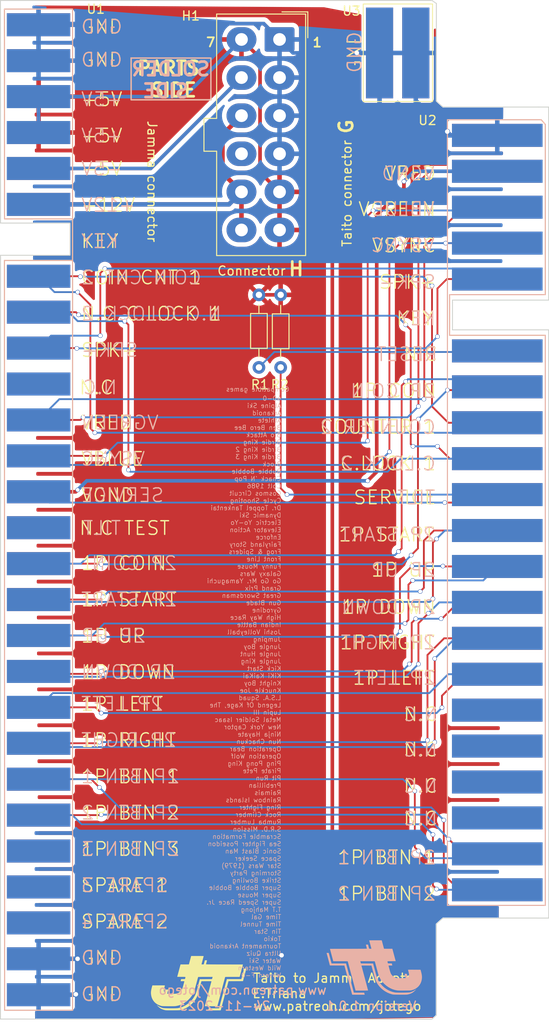
<source format=kicad_pcb>
(kicad_pcb (version 20221018) (generator pcbnew)
  (layers (0 "F.Cu" signal) (31 "B.Cu" signal) (34 "B.Paste" user) (35 "F.Paste" user) (36 "B.SilkS" user "B.Silkscreen") (37 "F.SilkS" user "F.Silkscreen") (38 "B.Mask" user) (39 "F.Mask" user) (44 "Edge.Cuts" user))
  (net 0 "")
  (net 1 "GND")
  (net 2 "VCC")
  (net 3 "-5V")
  (net 4 "/COUNTER_1")
  (net 5 "/C.LOCK_1")
  (net 6 "/SPEAKER(+)")
  (net 8 "/VRED")
  (net 9 "/VBLUE")
  (net 10 "/COIN_1")
  (net 11 "/1P_START")
  (net 12 "/1P_UP")
  (net 13 "/1P_DOWN")
  (net 14 "/1P_LEFT")
  (net 15 "/1P_RIGHT")
  (net 16 "/1P_BTN_2")
  (net 17 "/1P_BTN_1")
  (net 21 "/VGREEN")
  (net 22 "/VSYNC")
  (net 23 "/SERVICE")
  (net 25 "Net-(U1-COIN_CNT_2)")
  (net 26 "Net-(U1-NC_C.LOCK_2)")
  (net 27 "Net-(U1-SPEAKER_(-))")
  (net 30 "Net-(U1-COIN_2)")
  (net 31 "Net-(U1-2P_START)")
  (net 32 "Net-(U1-2P_UP)")
  (net 33 "Net-(U1-2P_DOWN)")
  (net 34 "Net-(U1-2P_LEFT)")
  (net 35 "Net-(U1-2P_RIGHT)")
  (net 36 "Net-(U1-2P_BTN_1)")
  (net 37 "Net-(U1-2P_BTN_2)")
  (net 41 "Net-(U2-RESET)")
  (net 42 "Net-(U2-TILT)")
  (net 52 "+12V")
  (net 54 "/VGND")
  (footprint "Arcade:JAMMA MALE" (layer "F.Cu") (at 124.74 101.92)
    (fp_text reference "U1")
    (fp_text value "JAMMA_MALE")
  )
  (footprint "Arcade:Resistor P_8mm" (layer "F.Cu") (at 149 85.4 -90)
    (fp_text reference "R1")
    (fp_text value "100kΩ")
  )
  (footprint "Arcade:Test point 3mmx10mm" (layer "F.Cu") (at 164.31 54.69 90)
    (fp_text reference "U3")
    (fp_text value "Test_point_2x3mmx10mm")
  )
  (footprint "Arcade:Resistor P_8mm" (layer "F.Cu") (at 151.4 85.6 90)
    (fp_text reference "R2")
    (fp_text value "100kΩ")
  )
  (footprint "Arcade:Jt_BSs" (layer "F.Cu") (at 162.107011 155.672897)
    (fp_text reference "G***" hide)
    (fp_text value "LOGO" hide)
  )
  (footprint "Arcade:TAITO CONN FOR ADAPTER" (layer "F.Cu") (at 174.95 101.52)
    (fp_text reference "U2")
    (fp_text value "Taito conn_G_adapter_ps")
  )
  (footprint "Arcade:Molex_Mini-Fit_2x06_P4.20mm_Vertical" (layer "F.Cu") (at 148.745 63.78)
    (fp_text reference "H1")
    (fp_text value "Conn_02x06_TB")
  )
  (footprint "Arcade:Jt_FSs" (layer "F.Cu") (at 142.3 157.4)
    (fp_text reference "G***" hide)
    (fp_text value "LOGO" hide)
  )
  (gr_rect (start 134.9 55.4) (end 143.7 60) (stroke (width 0.15)) (fill none) (layer "B.SilkS"))
  (gr_rect (start 134.9 55.4) (end 143.7 60) (stroke (width 0.15)) (fill none) (layer "F.SilkS"))
  (gr_line (start 180.97 85.36) (end 170.36 85.36) (stroke (width 0.1)) (layer "Edge.Cuts"))
  (gr_line (start 170.36 82.08) (end 170.36 85.36) (stroke (width 0.1)) (layer "Edge.Cuts"))
  (gr_line (start 120.48 161.33) (end 168.07 161.35) (stroke (width 0.1)) (layer "Edge.Cuts"))
  (gr_line (start 169.3 150.195) (end 168.57 150.84) (stroke (width 0.1)) (layer "Edge.Cuts"))
  (gr_line (start 179.9 60.8) (end 169.3 60.8) (stroke (width 0.1)) (layer "Edge.Cuts"))
  (gr_line (start 180.97 60.8) (end 179.9 60.8) (stroke (width 0.1)) (layer "Edge.Cuts"))
  (gr_line (start 168.57 160.92) (end 168.57 150.84) (stroke (width 0.1)) (layer "Edge.Cuts"))
  (gr_line (start 180.98 147.61) (end 180.97 85.36) (stroke (width 0.1)) (layer "Edge.Cuts"))
  (gr_line (start 180.97 82.08) (end 170.36 82.08) (stroke (width 0.1)) (layer "Edge.Cuts"))
  (gr_line (start 168.09 49.05) (end 168.58 49.38) (stroke (width 0.1)) (layer "Edge.Cuts"))
  (gr_line (start 128.16 73.59) (end 128.16 77.14) (stroke (width 0.1)) (layer "Edge.Cuts"))
  (gr_line (start 169.3 150.195) (end 180.98 150.2) (stroke (width 0.1)) (layer "Edge.Cuts"))
  (gr_line (start 168.07 161.35) (end 168.57 160.92) (stroke (width 0.1)) (layer "Edge.Cuts"))
  (gr_line (start 169.3 60.8) (end 168.575 60.15) (stroke (width 0.1)) (layer "Edge.Cuts"))
  (gr_line (start 180.97 60.8) (end 180.97 82.08) (stroke (width 0.1)) (layer "Edge.Cuts"))
  (gr_line (start 120.49 77.14) (end 128.16 77.14) (stroke (width 0.1)) (layer "Edge.Cuts"))
  (gr_line (start 120.49 73.59) (end 128.16 73.59) (stroke (width 0.1)) (layer "Edge.Cuts"))
  (gr_line (start 120.49 77.14) (end 120.48 161.33) (stroke (width 0.1)) (layer "Edge.Cuts"))
  (gr_line (start 180.98 147.61) (end 180.98 150.2) (stroke (width 0.1)) (layer "Edge.Cuts"))
  (gr_line (start 120.48 49.05) (end 168.09 49.05) (stroke (width 0.1)) (layer "Edge.Cuts"))
  (gr_line (start 120.49 73.59) (end 120.48 49.05) (stroke (width 0.1)) (layer "Edge.Cuts"))
  (gr_line (start 168.575 60.15) (end 168.58 49.38) (stroke (width 0.1)) (layer "Edge.Cuts"))
  (gr_text "Version 1.0.1        24-11-2023" (at 166.46 160.48) (layer "B.SilkS") (effects (font (size 1 1)) (justify left bottom mirror)))
  (gr_text "Compatible games" (at 152.4 92.2) (layer "B.SilkS") (effects (font (size 0.5 0.5) (thickness 0.0625)) (justify left bottom mirror)))
  (gr_text "SOLDER \nSIDE" (at 138.7 59.9) (layer "B.SilkS") (effects (font (size 1.5 1.5) (thickness 0.3) bold) (justify bottom mirror)))
  (gr_text "www.patreon.com/jotego" (at 156.56 158.72) (layer "B.SilkS") (effects (font (size 1 1)) (justify left bottom mirror)))
  (gr_text "40-0\nAlpine Ski\nArkanoid\nAthlete\nBen Bero Bee\nBio Attack\nBirdie King\nBirdie King 2\nBirdie King 3\nBlock\nBubble Bobble\nChack 'N Pop\nColt 1986\nCosmos Circuit\nCycle Shooting\nDr. Toppel Tankentai\nDynamic Ski\nElectric Yo-Yo\nElevator Action\nEnforce\nFairyland Story\nFrog & Spiders\nFront Line\nFunny Mouse\nGalaxy Wars\nGo Go Mr. Yamaguchi\nGrand Prix\nGreat Swordsman\nGun Blade\nGyrodine\nHigh Way Race\nIndian Battle\nJoshi Volleyball\nJumping\nJungle Boy\nJungle Hunt\nJungle King\nKick Start\nKiKi KaiKai\nKnight Boy\nKnuckle Joe\nL.S.A. Squad\nLegend Of Kage, The\nLupin III\nMetal Soldier Isaac\nNew York Captor\nNinja Hayate\nNun Chackun\nOperation Bear\nOperation Wolf\nPing Pong King\nPirate Pete\nPit Run\nPrebillian\nRaimais\nRainbow Islands\nRing Fighter\nRock Climber\nRumba Lumber\nS.R.D. Mission\nScramble Formation\nSea Fighter Poseidon\nSonic Blast Man\nSpace Seeker\nStar Wars (1979)\nStorming Party\nStrike Bowling\nSuper Bobble Bobble\nSuper Mouse\nSuper Speed Race Jr.\nT.T Mahjong\nTime Gal\nTime Tunnel\nTin Star\nTokio\nTournament Arkanoid\nUltra Quiz\nWater Ski\nWild Western\nWyvern F-0" (at 151.5 156.8) (layer "B.SilkS") (effects (font (size 0.5 0.5) (thickness 0.0625)) (justify left bottom mirror)))
  (gr_text "G" (at 159.5 63.9 90) (layer "F.SilkS") (effects (font (size 1.5 1.5) (thickness 0.3) bold) (justify left bottom)))
  (gr_text "E.Triana" (at 148.2 159.1) (layer "F.SilkS") (effects (font (size 1 1)) (justify left bottom)))
  (gr_text "PARTS \nSIDE" (at 139.59 59.81) (layer "F.SilkS") (effects (font (size 1.5 1.5) (thickness 0.3) bold) (justify bottom)))
  (gr_text "Taito connector" (at 159.3 76.3 90) (layer "F.SilkS") (effects (font (size 1 1)) (justify left bottom)))
  (gr_text "Jamma connector" (at 136.625 62.225 -90) (layer "F.SilkS") (effects (font (size 1 1)) (justify left bottom)))
  (gr_text "Taito to Jamma Adapter" (at 148.3 157.4) (layer "F.SilkS") (effects (font (size 1 1)) (justify left bottom)))
  (gr_text "www.patreon.com/jotego" (at 148.3 160.5) (layer "F.SilkS") (effects (font (size 1 1)) (justify left bottom)))
  (gr_text "\nConnector" (at 144.325 79.45) (layer "F.SilkS") (effects (font (size 1 1)) (justify left bottom)))
  (gr_text "H" (at 152.125 79.525) (layer "F.SilkS") (effects (font (size 1.5 1.5) (thickness 0.3) bold) (justify left bottom)))
  (segment (start 128.99 154.69) (end 128.99 158.41) (width 0.4) (layer "F.Cu") (net 1))
  (segment (start 124.69 51.73) (end 124.82 51.6) (width 0.4) (layer "F.Cu") (net 1))
  (segment (start 170.2 63.92) (end 169.785 63.505) (width 0.4) (layer "F.Cu") (net 1))
  (segment (start 124.69 158.65) (end 128.75 158.65) (width 0.4) (layer "F.Cu") (net 1))
  (segment (start 151.5 154.3) (end 157.1 148.7) (width 0.4) (layer "F.Cu") (net 1))
  (segment (start 157.1 148.7) (end 157.1 67.5) (width 0.4) (layer "F.Cu") (net 1))
  (segment (start 155.55 65.95) (end 151.275 65.95) (width 0.4) (layer "F.Cu") (net 1))
  (segment (start 166.3 54.83) (end 162.3 54.83) (width 0.4) (layer "F.Cu") (net 1))
  (segment (start 157.1 67.5) (end 155.55 65.95) (width 0.4) (layer "F.Cu") (net 1))
  (segment (start 124.69 154.69) (end 124.69 158.65) (width 0.4) (layer "F.Cu") (net 1))
  (segment (start 151.275 57.55) (end 151.275 53.35) (width 0.4) (layer "F.Cu") (net 1))
  (segment (start 149.525 51.6) (end 151.275 53.35) (width 0.4) (layer "F.Cu") (net 1))
  (segment (start 124.82 51.6) (end 149.525 51.6) (width 0.4) (layer "F.Cu") (net 1))
  (segment (start 124.69 51.73) (end 124.69 55.69) (width 0.4) (layer "F.Cu") (net 1))
  (segment (start 162.3 54.83) (end 159.8 54.83) (width 0.4) (layer "F.Cu") (net 1))
  (segment (start 124.69 154.69) (end 128.99 154.69) (width 0.4) (layer "F.Cu") (net 1))
  (segment (start 151.275 65.95) (end 151.275 57.55) (width 0.4) (layer "F.Cu") (net 1))
  (segment (start 175.3 63.92) (end 170.2 63.92) (width 0.4) (layer "F.Cu") (net 1))
  (segment (start 128.99 158.41) (end 128.8 158.6) (width 0.4) (layer "F.Cu") (net 1))
  (segment (start 128.75 158.65) (end 128.8 158.6) (width 0.4) (layer "F.Cu") (net 1))
  (via (at 128.99 154.69) (size 0.6) (drill 0.5) (layers "F.Cu" "B.Cu") (net 1))
  (via (at 151.5 154.3) (size 0.6) (drill 0.5) (layers "F.Cu" "B.Cu") (net 1))
  (via (at 159.8 54.83) (size 0.6) (drill 0.5) (layers "F.Cu" "B.Cu") (net 1))
  (via (at 169.785 63.505) (size 0.6) (drill 0.5) (layers "F.Cu" "B.Cu") (net 1))
  (via (at 128.8 158.6) (size 0.6) (drill 0.5) (layers "F.Cu" "B.Cu") (net 1))
  (segment (start 151.2 154.6) (end 129.08 154.6) (width 0.4) (layer "B.Cu") (net 1))
  (segment (start 124.69 154.69) (end 128.99 154.69) (width 0.4) (layer "B.Cu") (net 1))
  (segment (start 166.3 60.02) (end 170.2 63.92) (width 0.4) (layer "B.Cu") (net 1))
  (segment (start 128.8 158.6) (end 128.75 158.65) (width 0.4) (layer "B.Cu") (net 1))
  (segment (start 162.3 54.83) (end 159.8 54.83) (width 0.4) (layer "B.Cu") (net 1))
  (segment (start 129.08 154.6) (end 128.99 154.69) (width 0.4) (layer "B.Cu") (net 1))
  (segment (start 166.3 55) (end 166.3 60.02) (width 0.4) (layer "B.Cu") (net 1))
  (segment (start 166.3 54.83) (end 162.3 54.83) (width 0.4) (layer "B.Cu") (net 1))
  (segment (start 152.755 54.83) (end 151.275 53.35) (width 0.4) (layer "B.Cu") (net 1))
  (segment (start 170.2 63.92) (end 175.3 63.92) (width 0.4) (layer "B.Cu") (net 1))
  (segment (start 166.3 54.83) (end 166.3 58.33) (width 0.4) (layer "B.Cu") (net 1))
  (segment (start 151.5 154.3) (end 151.2 154.6) (width 0.4) (layer "B.Cu") (net 1))
  (segment (start 124.81 51.6) (end 149.525 51.6) (width 0.4) (layer "B.Cu") (net 1))
  (segment (start 124.68 51.73) (end 124.68 55.69) (width 0.4) (layer "B.Cu") (net 1))
  (segment (start 159.8 54.83) (end 152.755 54.83) (width 0.4) (layer "B.Cu") (net 1))
  (segment (start 124.68 51.73) (end 124.81 51.6) (width 0.4) (layer "B.Cu") (net 1))
  (segment (start 128.75 158.65) (end 124.69 158.65) (width 0.4) (layer "B.Cu") (net 1))
  (segment (start 149.525 51.6) (end 151.275 53.35) (width 0.4) (layer "B.Cu") (net 1))
  (segment (start 127.47 154.69) (end 124.69 154.69) (width 0.4) (layer "B.Cu") (net 1))
  (segment (start 151.275 70.15) (end 149.125 68) (width 0.4) (layer "F.Cu") (net 2))
  (segment (start 149.125 68) (end 149.125 55.4) (width 0.4) (layer "F.Cu") (net 2))
  (segment (start 151.275 70.15) (end 151.275 74.35) (width 0.4) (layer "F.Cu") (net 2))
  (segment (start 149 81.5) (end 151.4 81.5) (width 0.4) (layer "F.Cu") (net 2))
  (segment (start 124.69 59.65) (end 124.69 63.61) (width 0.4) (layer "F.Cu") (net 2))
  (segment (start 124.69 59.65) (end 140.775 59.65) (width 0.4) (layer "F.Cu") (net 2))
  (segment (start 149.125 55.4) (end 147.075 53.35) (width 0.4) (layer "F.Cu") (net 2))
  (segment (start 140.775 59.65) (end 147.075 53.35) (width 0.4) (layer "F.Cu") (net 2))
  (segment (start 140.775 59.65) (end 147.075 53.35) (width 0.4) (layer "B.Cu") (net 2))
  (segment (start 124.68 59.65) (end 124.68 63.61) (width 0.4) (layer "B.Cu") (net 2))
  (segment (start 124.68 59.65) (end 140.775 59.65) (width 0.4) (layer "B.Cu") (net 2))
  (segment (start 124.69 67.57) (end 137.055 67.57) (width 0.4) (layer "F.Cu") (net 3))
  (segment (start 137.055 67.57) (end 147.075 57.55) (width 0.4) (layer "F.Cu") (net 3))
  (segment (start 137.055 67.57) (end 147.075 57.55) (width 0.4) (layer "B.Cu") (net 3))
  (segment (start 124.68 67.57) (end 137.055 67.57) (width 0.4) (layer "B.Cu") (net 3))
  (segment (start 169.9 95.6) (end 175.3 95.6) (width 0.2) (layer "F.Cu") (net 4))
  (segment (start 124.69 79.45) (end 129.25 79.45) (width 0.2) (layer "F.Cu") (net 4))
  (segment (start 168.1 80.5) (end 168.1 93.8) (width 0.2) (layer "F.Cu") (net 4))
  (segment (start 168.1 93.8) (end 169.9 95.6) (width 0.2) (layer "F.Cu") (net 4))
  (segment (start 129.25 79.45) (end 129.3 79.5) (width 0.2) (layer "F.Cu") (net 4))
  (via (at 168.1 80.5) (size 0.5) (drill 0.4) (layers "F.Cu" "B.Cu") (net 4))
  (via (at 129.3 79.5) (size 0.5) (drill 0.4) (layers "F.Cu" "B.Cu") (net 4))
  (segment (start 129.3 79.5) (end 167.1 79.5) (width 0.2) (layer "B.Cu") (net 4))
  (segment (start 167.1 79.5) (end 168.1 80.5) (width 0.2) (layer "B.Cu") (net 4))
  (segment (start 128.81 83.41) (end 124.69 83.41) (width 0.2) (layer "F.Cu") (net 5))
  (segment (start 168.7 98.2) (end 170.06 99.56) (width 0.2) (layer "F.Cu") (net 5))
  (segment (start 129.1 83.7) (end 128.81 83.41) (width 0.2) (layer "F.Cu") (net 5))
  (segment (start 165.2 84.8) (end 165.75 85.35) (width 0.2) (layer "F.Cu") (net 5))
  (segment (start 165.75 85.35) (end 165.75 97.95) (width 0.2) (layer "F.Cu") (net 5))
  (segment (start 170.06 99.56) (end 175.3 99.56) (width 0.2) (layer "F.Cu") (net 5))
  (segment (start 165.75 97.95) (end 166 98.2) (width 0.2) (layer "F.Cu") (net 5))
  (via (at 129.1 83.7) (size 0.5) (drill 0.4) (layers "F.Cu" "B.Cu") (net 5))
  (via (at 165.2 84.8) (size 0.5) (drill 0.4) (layers "F.Cu" "B.Cu") (net 5))
  (via (at 168.7 98.2) (size 0.5) (drill 0.4) (layers "F.Cu" "B.Cu") (net 5))
  (via (at 166 98.2) (size 0.5) (drill 0.4) (layers "F.Cu" "B.Cu") (net 5))
  (segment (start 131.6 83.8) (end 164.2 83.8) (width 0.2) (layer "B.Cu") (net 5))
  (segment (start 164.2 83.8) (end 165.2 84.8) (width 0.2) (layer "B.Cu") (net 5))
  (segment (start 131.6 83.8) (end 129.2 83.8) (width 0.2) (layer "B.Cu") (net 5))
  (segment (start 166 98.2) (end 168.7 98.2) (width 0.2) (layer "B.Cu") (net 5))
  (segment (start 129.2 83.8) (end 129.1 83.7) (width 0.2) (layer "B.Cu") (net 5))
  (segment (start 169.74 79.76) (end 175.3 79.76) (width 0.2) (layer "F.Cu") (net 6))
  (segment (start 168.7 80.8) (end 169.74 79.76) (width 0.2) (layer "F.Cu") (net 6))
  (segment (start 168.7 86.1) (end 168.7 80.8) (width 0.2) (layer "F.Cu") (net 6))
  (segment (start 124.69 87.37) (end 128.87 87.37) (width 0.2) (layer "F.Cu") (net 6))
  (segment (start 128.87 87.37) (end 128.9 87.4) (width 0.2) (layer "F.Cu") (net 6))
  (via (at 128.9 87.4) (size 0.5) (drill 0.4) (layers "F.Cu" "B.Cu") (net 6))
  (via (at 168.7 86.1) (size 0.5) (drill 0.4) (layers "F.Cu" "B.Cu") (net 6))
  (segment (start 128.9 87.4) (end 167.4 87.4) (width 0.2) (layer "B.Cu") (net 6))
  (segment (start 167.4 87.4) (end 168.7 86.1) (width 0.2) (layer "B.Cu") (net 6))
  (segment (start 124.69 95.29) (end 129.31 95.29) (width 0.2) (layer "F.Cu") (net 8))
  (segment (start 166.6 69.1) (end 167.82 67.88) (width 0.2) (layer "F.Cu") (net 8))
  (segment (start 166.6 93.8) (end 166.6 69.1) (width 0.2) (layer "F.Cu") (net 8))
  (segment (start 129.31 95.29) (end 129.6 95) (width 0.2) (layer "F.Cu") (net 8))
  (segment (start 167.82 67.88) (end 175.3 67.88) (width 0.2) (layer "F.Cu") (net 8))
  (via (at 166.6 93.8) (size 0.5) (drill 0.4) (layers "F.Cu" "B.Cu") (net 8))
  (via (at 129.6 95) (size 0.5) (drill 0.4) (layers "F.Cu" "B.Cu") (net 8))
  (segment (start 129.6 95) (end 165.4 95) (width 0.2) (layer "B.Cu") (net 8))
  (segment (start 165.4 95) (end 166.6 93.8) (width 0.2) (layer "B.Cu") (net 8))
  (segment (start 161 72.8) (end 161.6 72.2) (width 0.2) (layer "F.Cu") (net 9))
  (segment (start 161 97.6) (end 161 72.8) (width 0.2) (layer "F.Cu") (net 9))
  (segment (start 124.69 99.25) (end 131.95 99.25) (width 0.2) (layer "F.Cu") (net 9))
  (segment (start 131.95 99.25) (end 132 99.2) (width 0.2) (layer "F.Cu") (net 9))
  (via (at 161 97.6) (size 0.5) (drill 0.4) (layers "F.Cu" "B.Cu") (net 9))
  (via (at 132 99.2) (size 0.5) (drill 0.4) (layers "F.Cu" "B.Cu") (net 9))
  (via (at 161.6 72.2) (size 0.5) (drill 0.4) (layers "F.Cu" "B.Cu") (net 9))
  (segment (start 174.94 72.2) (end 175.3 71.84) (width 0.2) (layer "B.Cu") (net 9))
  (segment (start 161.6 72.2) (end 174.94 72.2) (width 0.2) (layer "B.Cu") (net 9))
  (segment (start 132 99.2) (end 133.4 97.8) (width 0.2) (layer "B.Cu") (net 9))
  (segment (start 133.4 97.8) (end 160.8 97.8) (width 0.2) (layer "B.Cu") (net 9))
  (segment (start 160.8 97.8) (end 161 97.6) (width 0.2) (layer "B.Cu") (net 9))
  (segment (start 131.53 111.13) (end 131.6 111.2) (width 0.2) (layer "F.Cu") (net 10))
  (segment (start 165.8 110.2) (end 166.55 109.45) (width 0.2) (layer "F.Cu") (net 10))
  (segment (start 166.55 109.45) (end 166.55 95.2) (width 0.2) (layer "F.Cu") (net 10))
  (segment (start 169.8 92) (end 174.94 92) (width 0.2) (layer "F.Cu") (net 10))
  (segment (start 166.55 95.2) (end 166.6 95.2) (width 0.2) (layer "F.Cu") (net 10))
  (segment (start 174.94 92) (end 175.3 91.64) (width 0.2) (layer "F.Cu") (net 10))
  (segment (start 124.69 111.13) (end 131.53 111.13) (width 0.2) (layer "F.Cu") (net 10))
  (via (at 166.6 95.2) (size 0.5) (drill 0.4) (layers "F.Cu" "B.Cu") (net 10))
  (via (at 131.6 111.2) (size 0.5) (drill 0.4) (layers "F.Cu" "B.Cu") (net 10))
  (via (at 169.8 92) (size 0.5) (drill 0.4) (layers "F.Cu" "B.Cu") (net 10))
  (via (at 165.8 110.2) (size 0.5) (drill 0.4) (layers "F.Cu" "B.Cu") (net 10))
  (segment (start 164.8 111.2) (end 165.8 110.2) (width 0.2) (layer "B.Cu") (net 10))
  (segment (start 131.6 111.2) (end 164.8 111.2) (width 0.2) (layer "B.Cu") (net 10))
  (segment (start 166.6 95.2) (end 169.8 92) (width 0.2) (layer "B.Cu") (net 10))
  (segment (start 131.51 115.09) (end 131.8 114.8) (width 0.2) (layer "F.Cu") (net 11))
  (segment (start 166.8 114.2) (end 167.2 113.8) (width 0.2) (layer "F.Cu") (net 11))
  (segment (start 167.2 108.6) (end 168.32 107.48) (width 0.2) (layer "F.Cu") (net 11))
  (segment (start 167.2 113.8) (end 167.2 108.6) (width 0.2) (layer "F.Cu") (net 11))
  (segment (start 168.32 107.48) (end 175.3 107.48) (width 0.2) (layer "F.Cu") (net 11))
  (segment (start 124.69 115.09) (end 131.51 115.09) (width 0.2) (layer "F.Cu") (net 11))
  (via (at 131.8 114.8) (size 0.5) (drill 0.4) (layers "F.Cu" "B.Cu") (net 11))
  (via (at 166.8 114.2) (size 0.5) (drill 0.4) (layers "F.Cu" "B.Cu") (net 11))
  (segment (start 132.4 114.2) (end 166.8 114.2) (width 0.2) (layer "B.Cu") (net 11))
  (segment (start 131.8 114.8) (end 132.4 114.2) (width 0.2) (layer "B.Cu") (net 11))
  (segment (start 169.3 111.4) (end 169.34 111.44) (width 0.2) (layer "F.Cu") (net 12))
  (segment (start 124.69 119.05) (end 131.65 119.05) (width 0.2) (layer "F.Cu") (net 12))
  (segment (start 164.56 118.56) (end 164.56 112.74) (width 0.2) (layer "F.Cu") (net 12))
  (segment (start 124.69 119.05) (end 124.69 119.01) (width 0.2) (layer "F.Cu") (net 12))
  (segment (start 164.56 112.74) (end 165.9 111.4) (width 0.2) (layer "F.Cu") (net 12))
  (segment (start 169.34 111.44) (end 175.3 111.44) (width 0.2) (layer "F.Cu") (net 12))
  (segment (start 131.65 119.05) (end 131.8 119.2) (width 0.2) (layer "F.Cu") (net 12))
  (segment (start 164.6 118.6) (end 164.56 118.56) (width 0.2) (layer "F.Cu") (net 12))
  (via (at 169.3 111.4) (size 0.5) (drill 0.4) (layers "F.Cu" "B.Cu") (net 12))
  (via (at 131.8 119.2) (size 0.5) (drill 0.4) (layers "F.Cu" "B.Cu") (net 12))
  (via (at 165.9 111.4) (size 0.5) (drill 0.4) (layers "F.Cu" "B.Cu") (net 12))
  (via (at 164.6 118.6) (size 0.5) (drill 0.4) (layers "F.Cu" "B.Cu") (net 12))
  (segment (start 131.8 119.2) (end 164 119.2) (width 0.2) (layer "B.Cu") (net 12))
  (segment (start 165.9 111.4) (end 169.1 111.4) (width 0.2) (layer "B.Cu") (net 12))
  (segment (start 164 119.2) (end 164.6 118.6) (width 0.2) (layer "B.Cu") (net 12))
  (segment (start 165.6 122.2) (end 165.859472 121.940528) (width 0.2) (layer "F.Cu") (net 13))
  (segment (start 165.859472 121.940528) (end 165.859472 117.659472) (width 0.2) (layer "F.Cu") (net 13))
  (segment (start 131.32 123.28) (end 131.6 123) (width 0.2) (layer "F.Cu") (net 13))
  (segment (start 169.2 117.2) (end 171 115.4) (width 0.2) (layer "F.Cu") (net 13))
  (segment (start 125 123.28) (end 131.32 123.28) (width 0.2) (layer "F.Cu") (net 13))
  (segment (start 171 115.4) (end 175.3 115.4) (width 0.2) (layer "F.Cu") (net 13))
  (segment (start 169.1 117.2) (end 169.2 117.2) (width 0.2) (layer "F.Cu") (net 13))
  (segment (start 166.302915 117.202915) (end 165.859472 117.659472) (width 0.2) (layer "F.Cu") (net 13))
  (via (at 165.6 122.2) (size 0.5) (drill 0.4) (layers "F.Cu" "B.Cu") (net 13))
  (via (at 166.302915 117.202915) (size 0.5) (drill 0.4) (layers "F.Cu" "B.Cu") (net 13))
  (via (at 169.1 117.2) (size 0.5) (drill 0.4) (layers "F.Cu" "B.Cu") (net 13))
  (via (at 131.6 123) (size 0.5) (drill 0.4) (layers "F.Cu" "B.Cu") (net 13))
  (segment (start 164.8 123) (end 165.6 122.2) (width 0.2) (layer "B.Cu") (net 13))
  (segment (start 131.6 123) (end 164.8 123) (width 0.2) (layer "B.Cu") (net 13))
  (segment (start 169.097085 117.202915) (end 169.1 117.2) (width 0.2) (layer "B.Cu") (net 13))
  (segment (start 166.302915 117.202915) (end 169.097085 117.202915) (width 0.2) (layer "B.Cu") (net 13))
  (segment (start 169.2 125.69) (end 171.57 123.32) (width 0.2) (layer "F.Cu") (net 14))
  (segment (start 130.97 126.97) (end 131.6 127.6) (width 0.2) (layer "F.Cu") (net 14))
  (segment (start 124.69 126.97) (end 130.97 126.97) (width 0.2) (layer "F.Cu") (net 14))
  (segment (start 169.2 127) (end 169.2 125.69) (width 0.2) (layer "F.Cu") (net 14))
  (segment (start 171.57 123.32) (end 175.3 123.32) (width 0.2) (layer "F.Cu") (net 14))
  (via (at 169.2 127) (size 0.5) (drill 0.4) (layers "F.Cu" "B.Cu") (net 14))
  (via (at 131.6 127.6) (size 0.5) (drill 0.4) (layers "F.Cu" "B.Cu") (net 14))
  (segment (start 168.6 127.6) (end 169.2 127) (width 0.2) (layer "B.Cu") (net 14))
  (segment (start 131.6 127.6) (end 168.6 127.6) (width 0.2) (layer "B.Cu") (net 14))
  (segment (start 124.69 130.93) (end 131.27 130.93) (width 0.2) (layer "F.Cu") (net 15))
  (segment (start 169.44 119.36) (end 175.3 119.36) (width 0.2) (layer "F.Cu") (net 15))
  (segment (start 167.6 130.6) (end 167.6 121.2) (width 0.2) (layer "F.Cu") (net 15))
  (segment (start 167.6 121.2) (end 169.44 119.36) (width 0.2) (layer "F.Cu") (net 15))
  (segment (start 131.27 130.93) (end 131.4 130.8) (width 0.2) (layer "F.Cu") (net 15))
  (via (at 167.6 130.6) (size 0.5) (drill 0.4) (layers "F.Cu" "B.Cu") (net 15))
  (via (at 131.4 130.8) (size 0.5) (drill 0.4) (layers "F.Cu" "B.Cu") (net 15))
  (segment (start 131.4 130.8) (end 167.4 130.8) (width 0.2) (layer "B.Cu") (net 15))
  (segment (start 167.4 130.8) (end 167.6 130.6) (width 0.2) (layer "B.Cu") (net 15))
  (segment (start 130.49 134.89) (end 131.4 135.8) (width 0.2) (layer "F.Cu") (net 16))
  (segment (start 169.4 145.4) (end 171.08 147.08) (width 0.2) (layer "F.Cu") (net 16))
  (segment (start 124.69 134.89) (end 130.49 134.89) (width 0.2) (layer "F.Cu") (net 16))
  (segment (start 171.08 147.08) (end 175.3 147.08) (width 0.2) (layer "F.Cu") (net 16))
  (segment (start 170.62 147.08) (end 175.3 147.08) (width 0.2) (layer "F.Cu") (net 16))
  (segment (start 169.4 139.4) (end 169.4 145.4) (width 0.2) (layer "F.Cu") (net 16))
  (via (at 169.4 139.4) (size 0.5) (drill 0.4) (layers "F.Cu" "B.Cu") (net 16))
  (via (at 131.4 135.8) (size 0.5) (drill 0.4) (layers "F.Cu" "B.Cu") (net 16))
  (segment (start 131.4 135.8) (end 133.6 138) (width 0.2) (layer "B.Cu") (net 16))
  (segment (start 133.6 138) (end 168 138) (width 0.2) (layer "B.Cu") (net 16))
  (segment (start 168 138) (end 169.4 139.4) (width 0.2) (layer "B.Cu") (net 16))
  (segment (start 125 139.2) (end 125 139.12) (width 0.2) (layer "F.Cu") (net 17))
  (segment (start 125 139.12) (end 125 140) (width 0.2) (layer "F.Cu") (net 17))
  (segment (start 169.95 141.5) (end 171.57 143.12) (width 0.2) (layer "F.Cu") (net 17))
  (segment (start 131.55 138.85) (end 131.6 138.8) (width 0.2) (layer "F.Cu") (net 17))
  (segment (start 124.69 138.85) (end 131.55 138.85) (width 0.2) (layer "F.Cu") (net 17))
  (segment (start 171.57 143.12) (end 175.3 143.12) (width 0.2) (layer "F.Cu") (net 17))
  (via (at 131.6 138.8) (size 0.5) (drill 0.4) (layers "F.Cu" "B.Cu") (net 17))
  (via (at 169.95 141.5) (size 0.5) (drill 0.4) (layers "F.Cu" "B.Cu") (net 17))
  (segment (start 167.4 138.8) (end 131.6 138.8) (width 0.2) (layer "B.Cu") (net 17))
  (segment (start 169.95 141.5) (end 167.4 138.8) (width 0.2) (layer "B.Cu") (net 17))
  (segment (start 167.2 93) (end 167.25 92.95) (width 0.2) (layer "F.Cu") (net 21))
  (segment (start 167.25 76.16) (end 171.57 71.84) (width 0.2) (layer "F.Cu") (net 21))
  (segment (start 167.25 92.95) (end 167.25 76.16) (width 0.2) (layer "F.Cu") (net 21))
  (segment (start 171.57 71.84) (end 175.3 71.84) (width 0.2) (layer "F.Cu") (net 21))
  (via (at 167.2 93) (size 0.5) (drill 0.4) (layers "F.Cu" "B.Cu") (net 21))
  (segment (start 126.98 93) (end 124.69 95.29) (width 0.2) (layer "B.Cu") (net 21))
  (segment (start 167.2 93) (end 126.98 93) (width 0.2) (layer "B.Cu") (net 21))
  (segment (start 163.4 98.8) (end 163.4 77) (width 0.2) (layer "F.Cu") (net 22))
  (segment (start 175.3 75.8) (end 169.6 75.8) (width 0.2) (layer "F.Cu") (net 22))
  (segment (start 163.4 77) (end 164.6 75.8) (width 0.2) (layer "F.Cu") (net 22))
  (via (at 164.6 75.8) (size 0.5) (drill 0.4) (layers "F.Cu" "B.Cu") (net 22))
  (via (at 163.4 98.8) (size 0.5) (drill 0.4) (layers "F.Cu" "B.Cu") (net 22))
  (via (at 169.6 75.8) (size 0.5) (drill 0.4) (layers "F.Cu" "B.Cu") (net 22))
  (segment (start 175.3 75.8) (end 169.6 75.8) (width 0.2) (layer "B.Cu") (net 22))
  (segment (start 161.95 100.25) (end 163.4 98.8) (width 0.2) (layer "B.Cu") (net 22))
  (segment (start 125.69 100.25) (end 161.95 100.25) (width 0.2) (layer "B.Cu") (net 22))
  (segment (start 124.69 99.25) (end 125.69 100.25) (width 0.2) (layer "B.Cu") (net 22))
  (segment (start 164.6 75.8) (end 169.6 75.8) (width 0.2) (layer "B.Cu") (net 22))
  (segment (start 125.16 99.72) (end 125.19 99.75) (width 0.2) (layer "B.Cu") (net 22))
  (segment (start 174.42 104.4) (end 175.3 103.52) (width 0.2) (layer "F.Cu") (net 23))
  (segment (start 169.5 104.4) (end 174.42 104.4) (width 0.2) (layer "F.Cu") (net 23))
  (via (at 169.5 104.4) (size 0.5) (drill 0.4) (layers "F.Cu" "B.Cu") (net 23))
  (segment (start 169.5 104.4) (end 125.88 104.4) (width 0.2) (layer "B.Cu") (net 23))
  (segment (start 125.88 104.4) (end 124.69 103.21) (width 0.2) (layer "B.Cu") (net 23))
  (segment (start 130.9 96.7) (end 130.8 96.7) (width 0.2) (layer "F.Cu") (net 25))
  (segment (start 130.4 96.2) (end 130.4 84.2) (width 0.2) (layer "F.Cu") (net 25))
  (segment (start 130.4 82.6) (end 129 81.2) (width 0.2) (layer "F.Cu") (net 25))
  (segment (start 130.4 84.2) (end 130.4 82.6) (width 0.2) (layer "F.Cu") (net 25))
  (segment (start 130.9 96.7) (end 130.4 96.2) (width 0.2) (layer "F.Cu") (net 25))
  (via (at 130.9 96.7) (size 0.5) (drill 0.4) (layers "F.Cu" "B.Cu") (net 25))
  (via (at 129 81.2) (size 0.5) (drill 0.4) (layers "F.Cu" "B.Cu") (net 25))
  (segment (start 175.3 95.6) (end 174.2 96.7) (width 0.2) (layer "B.Cu") (net 25))
  (segment (start 126.44 81.2) (end 124.69 79.45) (width 0.2) (layer "B.Cu") (net 25))
  (segment (start 174.2 96.7) (end 130.9 96.7) (width 0.2) (layer "B.Cu") (net 25))
  (segment (start 125 79.72) (end 125.23 79.95) (width 0.2) (layer "B.Cu") (net 25))
  (segment (start 129 81.2) (end 126.44 81.2) (width 0.2) (layer "B.Cu") (net 25))
  (segment (start 134.6 84.8) (end 134.2 84.4) (width 0.2) (layer "F.Cu") (net 26))
  (segment (start 134.6 100.8) (end 134.6 84.8) (width 0.2) (layer "F.Cu") (net 26))
  (via (at 134.2 84.4) (size 0.5) (drill 0.4) (layers "F.Cu" "B.Cu") (net 26))
  (via (at 134.6 100.8) (size 0.5) (drill 0.4) (layers "F.Cu" "B.Cu") (net 26))
  (segment (start 175.3 99.56) (end 164.64 99.56) (width 0.2) (layer "B.Cu") (net 26))
  (segment (start 125 83.68) (end 126.1 83.68) (width 0.2) (layer "B.Cu") (net 26))
  (segment (start 134.8 101) (end 134.6 100.8) (width 0.2) (layer "B.Cu") (net 26))
  (segment (start 128.01 83.41) (end 129 84.4) (width 0.2) (layer "B.Cu") (net 26))
  (segment (start 129 84.4) (end 134.2 84.4) (width 0.2) (layer "B.Cu") (net 26))
  (segment (start 124.69 83.41) (end 128.01 83.41) (width 0.2) (layer "B.Cu") (net 26))
  (segment (start 134.05 84.55) (end 134.2 84.4) (width 0.2) (layer "B.Cu") (net 26))
  (segment (start 164.64 99.56) (end 163.2 101) (width 0.2) (layer "B.Cu") (net 26))
  (segment (start 124.69 83.41) (end 125.83 84.55) (width 0.2) (layer "B.Cu") (net 26))
  (segment (start 163.2 101) (end 134.8 101) (width 0.2) (layer "B.Cu") (net 26))
  (segment (start 131.5 79.1) (end 131.5 86) (width 0.2) (layer "F.Cu") (net 27))
  (segment (start 132 78.6) (end 131.5 79.1) (width 0.2) (layer "F.Cu") (net 27))
  (via (at 131.5 86) (size 0.5) (drill 0.4) (layers "F.Cu" "B.Cu") (net 27))
  (via (at 132 78.6) (size 0.5) (drill 0.4) (layers "F.Cu" "B.Cu") (net 27))
  (segment (start 124.69 87.37) (end 124.69 87.21) (width 0.2) (layer "B.Cu") (net 27))
  (segment (start 132 78.6) (end 174.14 78.6) (width 0.2) (layer "B.Cu") (net 27))
  (segment (start 174.46 80.6) (end 175.3 79.76) (width 0.2) (layer "B.Cu") (net 27))
  (segment (start 131.5 86) (end 126.06 86) (width 0.2) (layer "B.Cu") (net 27))
  (segment (start 126.06 86) (end 124.69 87.37) (width 0.2) (layer "B.Cu") (net 27))
  (segment (start 174.14 78.6) (end 175.3 79.76) (width 0.2) (layer "B.Cu") (net 27))
  (segment (start 164.75 91.5) (end 165.2 91.05) (width 0.2) (layer "F.Cu") (net 30))
  (segment (start 164.4 109.8) (end 164.75 109.45) (width 0.2) (layer "F.Cu") (net 30))
  (segment (start 164.75 109.45) (end 164.75 91.5) (width 0.2) (layer "F.Cu") (net 30))
  (via (at 164.4 109.8) (size 0.5) (drill 0.4) (layers "F.Cu" "B.Cu") (net 30))
  (via (at 165.2 91.05) (size 0.5) (drill 0.4) (layers "F.Cu" "B.Cu") (net 30))
  (segment (start 129.36 111.13) (end 124.69 111.13) (width 0.2) (layer "B.Cu") (net 30))
  (segment (start 174.46 90.8) (end 165.45 90.8) (width 0.2) (layer "B.Cu") (net 30))
  (segment (start 175.3 91.64) (end 174.46 90.8) (width 0.2) (layer "B.Cu") (net 30))
  (segment (start 130.29 110.2) (end 129.36 111.13) (width 0.2) (layer "B.Cu") (net 30))
  (segment (start 164 110.2) (end 164.4 109.8) (width 0.2) (layer "B.Cu") (net 30))
  (segment (start 130.29 110.2) (end 164 110.2) (width 0.2) (layer "B.Cu") (net 30))
  (segment (start 165.45 90.8) (end 165.2 91.05) (width 0.2) (layer "B.Cu") (net 30))
  (segment (start 168.2 115) (end 168.2 108.8) (width 0.2) (layer "F.Cu") (net 31))
  (segment (start 168.2 108.8) (end 168.6 108.4) (width 0.2) (layer "F.Cu") (net 31))
  (via (at 168.2 115) (size 0.5) (drill 0.4) (layers "F.Cu" "B.Cu") (net 31))
  (via (at 168.6 108.4) (size 0.5) (drill 0.4) (layers "F.Cu" "B.Cu") (net 31))
  (segment (start 167.85 115.35) (end 124.95 115.35) (width 0.2) (layer "B.Cu") (net 31))
  (segment (start 168.2 115) (end 167.85 115.35) (width 0.2) (layer "B.Cu") (net 31))
  (segment (start 168.6 108.4) (end 169.52 107.48) (width 0.2) (layer "B.Cu") (net 31))
  (segment (start 169.52 107.48) (end 175.3 107.48) (width 0.2) (layer "B.Cu") (net 31))
  (segment (start 174.38 108.4) (end 175.3 107.48) (width 0.2) (layer "B.Cu") (net 31))
  (segment (start 124.95 115.35) (end 124.69 115.09) (width 0.2) (layer "B.Cu") (net 31))
  (segment (start 165.11 117.72) (end 165.5 117.33) (width 0.2) (layer "F.Cu") (net 32))
  (segment (start 165.5 113.45) (end 165.97 112.98) (width 0.2) (layer "F.Cu") (net 32))
  (segment (start 165.5 117.33) (end 165.5 113.45) (width 0.2) (layer "F.Cu") (net 32))
  (via (at 165.11 117.72) (size 0.5) (drill 0.4) (layers "F.Cu" "B.Cu") (net 32))
  (via (at 165.97 112.98) (size 0.5) (drill 0.4) (layers "F.Cu" "B.Cu") (net 32))
  (segment (start 131.92 117.73) (end 130.6 119.05) (width 0.2) (layer "B.Cu") (net 32))
  (segment (start 131.92 117.73) (end 165.1 117.73) (width 0.2) (layer "B.Cu") (net 32))
  (segment (start 165.1 117.73) (end 165.11 117.72) (width 0.2) (layer "B.Cu") (net 32))
  (segment (start 130.6 119.05) (end 124.69 119.05) (width 0.2) (layer "B.Cu") (net 32))
  (segment (start 165.97 112.98) (end 173.76 112.98) (width 0.2) (layer "B.Cu") (net 32))
  (segment (start 173.76 112.98) (end 175.3 111.44) (width 0.2) (layer "B.Cu") (net 32))
  (segment (start 166.6 117.7) (end 166.85 117.45) (width 0.2) (layer "F.Cu") (net 33))
  (segment (start 166.85 117.45) (end 167.7 116.6) (width 0.2) (layer "F.Cu") (net 33))
  (segment (start 166.6 122.2) (end 166.6 117.7) (width 0.2) (layer "F.Cu") (net 33))
  (via (at 167.7 116.6) (size 0.5) (drill 0.4) (layers "F.Cu" "B.Cu") (net 33))
  (via (at 166.6 122.2) (size 0.5) (drill 0.4) (layers "F.Cu" "B.Cu") (net 33))
  (segment (start 165.2 123.6) (end 125.28 123.6) (width 0.2) (layer "B.Cu") (net 33))
  (segment (start 167.7 116.6) (end 168.9 115.4) (width 0.2) (layer "B.Cu") (net 33))
  (segment (start 168.9 115.4) (end 175.3 115.4) (width 0.2) (layer "B.Cu") (net 33))
  (segment (start 125.28 123.6) (end 124.69 123.01) (width 0.2) (layer "B.Cu") (net 33))
  (segment (start 125.16 123.48) (end 125.23 123.55) (width 0.2) (layer "B.Cu") (net 33))
  (segment (start 166.6 122.2) (end 165.2 123.6) (width 0.2) (layer "B.Cu") (net 33))
  (segment (start 126.26 125.4) (end 124.69 126.97) (width 0.2) (layer "B.Cu") (net 34))
  (segment (start 169.88 123.32) (end 167.8 125.4) (width 0.2) (layer "B.Cu") (net 34))
  (segment (start 175.3 123.32) (end 169.88 123.32) (width 0.2) (layer "B.Cu") (net 34))
  (segment (start 167.8 125.4) (end 126.26 125.4) (width 0.2) (layer "B.Cu") (net 34))
  (segment (start 125.84 126.4) (end 125 127.24) (width 0.2) (layer "B.Cu") (net 34))
  (segment (start 168.4 130.8) (end 168.4 122.8) (width 0.2) (layer "F.Cu") (net 35))
  (segment (start 168.4 122.8) (end 168.4 121.6) (width 0.2) (layer "F.Cu") (net 35))
  (via (at 168.4 121.6) (size 0.5) (drill 0.4) (layers "F.Cu" "B.Cu") (net 35))
  (via (at 168.4 130.8) (size 0.5) (drill 0.4) (layers "F.Cu" "B.Cu") (net 35))
  (segment (start 168.4 121.6) (end 170.64 119.36) (width 0.2) (layer "B.Cu") (net 35))
  (segment (start 125 131.2) (end 125.8 132) (width 0.2) (layer "B.Cu") (net 35))
  (segment (start 125.11 131.35) (end 167.85 131.35) (width 0.2) (layer "B.Cu") (net 35))
  (segment (start 125.15 131.35) (end 125 131.2) (width 0.2) (layer "B.Cu") (net 35))
  (segment (start 167.85 131.35) (end 168.4 130.8) (width 0.2) (layer "B.Cu") (net 35))
  (segment (start 170.64 119.36) (end 175.3 119.36) (width 0.2) (layer "B.Cu") (net 35))
  (segment (start 124.69 130.93) (end 125.11 131.35) (width 0.2) (layer "B.Cu") (net 35))
  (segment (start 166.2 142.4) (end 166.6 142.8) (width 0.2) (layer "F.Cu") (net 36))
  (segment (start 166.2 136.2) (end 166.2 142.4) (width 0.2) (layer "F.Cu") (net 36))
  (via (at 166.2 136.2) (size 0.5) (drill 0.4) (layers "F.Cu" "B.Cu") (net 36))
  (via (at 166.6 142.8) (size 0.5) (drill 0.4) (layers "F.Cu" "B.Cu") (net 36))
  (segment (start 164.89 134.89) (end 166.2 136.2) (width 0.2) (layer "B.Cu") (net 36))
  (segment (start 167.4 143.6) (end 174.82 143.6) (width 0.2) (layer "B.Cu") (net 36))
  (segment (start 125.16 135.36) (end 125.27 135.25) (width 0.2) (layer "B.Cu") (net 36))
  (segment (start 172.18 143.12) (end 175.3 143.12) (width 0.2) (layer "B.Cu") (net 36))
  (segment (start 174.82 143.6) (end 175.3 143.12) (width 0.2) (layer "B.Cu") (net 36))
  (segment (start 166.6 142.8) (end 167.4 143.6) (width 0.2) (layer "B.Cu") (net 36))
  (segment (start 124.69 134.89) (end 164.89 134.89) (width 0.2) (layer "B.Cu") (net 36))
  (segment (start 168.2 141) (end 168.2 146.6) (width 0.2) (layer "F.Cu") (net 37))
  (segment (start 168.2 146.6) (end 168.6 147) (width 0.2) (layer "F.Cu") (net 37))
  (via (at 168.6 147) (size 0.5) (drill 0.4) (layers "F.Cu" "B.Cu") (net 37))
  (via (at 168.2 141) (size 0.5) (drill 0.4) (layers "F.Cu" "B.Cu") (net 37))
  (segment (start 124.69 138.85) (end 128.42 138.85) (width 0.2) (layer "B.Cu") (net 37))
  (segment (start 129.43 139.86) (end 167.06 139.86) (width 0.2) (layer "B.Cu") (net 37))
  (segment (start 168.68 147.08) (end 175.3 147.08) (width 0.2) (layer "B.Cu") (net 37))
  (segment (start 167.06 139.86) (end 168.2 141) (width 0.2) (layer "B.Cu") (net 37))
  (segment (start 168.6 147) (end 168.68 147.08) (width 0.2) (layer "B.Cu") (net 37))
  (segment (start 128.42 138.85) (end 129.43 139.86) (width 0.2) (layer "B.Cu") (net 37))
  (segment (start 150.7 87.8) (end 149 89.5) (width 0.2) (layer "B.Cu") (net 41))
  (segment (start 175.18 87.8) (end 150.7 87.8) (width 0.2) (layer "B.Cu") (net 41))
  (segment (start 175.3 87.68) (end 175.18 87.8) (width 0.2) (layer "B.Cu") (net 41))
  (segment (start 151.4 89.5) (end 151.4 102.82) (width 0.2) (layer "F.Cu") (net 42))
  (segment (start 151.4 102.82) (end 152.1 103.52) (width 0.2) (layer "F.Cu") (net 42))
  (via (at 152.1 103.52) (size 0.5) (drill 0.4) (layers "F.Cu" "B.Cu") (net 42))
  (segment (start 175.3 103.52) (end 152.1 103.52) (width 0.2) (layer "B.Cu") (net 42))
  (segment (start 124.69 71.53) (end 145.695 71.53) (width 0.5) (layer "F.Cu") (net 52))
  (segment (start 147.075 70.15) (end 147.075 74.35) (width 0.5) (layer "F.Cu") (net 52))
  (segment (start 145.695 71.53) (end 147.075 70.15) (width 0.5) (layer "F.Cu") (net 52))
  (segment (start 144.975 68.05) (end 144.975 63.85) (width 0.5) (layer "F.Cu") (net 52))
  (segment (start 147.075 70.15) (end 144.975 68.05) (width 0.5) (layer "F.Cu") (net 52))
  (segment (start 144.975 63.85) (end 147.075 61.75) (width 0.5) (layer "F.Cu") (net 52))
  (segment (start 147.075 70.15) (end 145.695 71.53) (width 0.5) (layer "B.Cu") (net 52))
  (segment (start 145.695 71.53) (end 124.68 71.53) (width 0.5) (layer "B.Cu") (net 52))
  (segment (start 165 69.719239) (end 165 69) (width 0.4) (layer "F.Cu") (net 54))
  (segment (start 124.69 103.21) (end 128.79 103.21) (width 0.4) (layer "F.Cu") (net 54))
  (segment (start 161 102) (end 162 101) (width 0.4) (layer "F.Cu") (net 54))
  (segment (start 162 72.719239) (end 165 69.719239) (width 0.4) (layer "F.Cu") (net 54))
  (segment (start 128.79 103.21) (end 129 103) (width 0.4) (layer "F.Cu") (net 54))
  (segment (start 162 101) (end 162 72.719239) (width 0.4) (layer "F.Cu") (net 54))
  (via (at 161 102) (size 0.5) (drill 0.4) (layers "F.Cu" "B.Cu") (net 54))
  (via (at 129 103) (size 0.5) (drill 0.4) (layers "F.Cu" "B.Cu") (net 54))
  (via (at 165 69) (size 0.5) (drill 0.4) (layers "F.Cu" "B.Cu") (net 54))
  (segment (start 130 102) (end 129 103) (width 0.4) (layer "B.Cu") (net 54))
  (segment (start 165 69) (end 166.12 67.88) (width 0.4) (layer "B.Cu") (net 54))
  (segment (start 166.12 67.88) (end 175.3 67.88) (width 0.4) (layer "B.Cu") (net 54))
  (segment (start 161 102) (end 130 102) (width 0.4) (layer "B.Cu") (net 54))
  (zone (net 2) (net_name "VCC") (layer "F.Cu") (name "GND") (connect_pads (clearance 0.5)) (min_thickness 0.25) (fill yes (thermal_gap 0.5) (thermal_bridge_width 0.5))
    (polygon (pts (xy 124.2 49.3) (xy 124.7 161.8) (xy 175.4 161.1) (xy 176 53.6) (xy 156.2 49.8) (xy 124.1 49.6) (xy 124.2 49.6)))
  )
  (zone (net 1) (net_name "GND") (layer "B.Cu") (name "GND") (priority 1) (connect_pads (clearance 0.5)) (min_thickness 0.25) (fill yes (thermal_gap 0.5) (thermal_bridge_width 0.5))
    (polygon (pts (xy 124 49.3) (xy 124.3 161.9) (xy 175.4 161) (xy 176 53.6) (xy 124 49.6)))
  )
)
</source>
